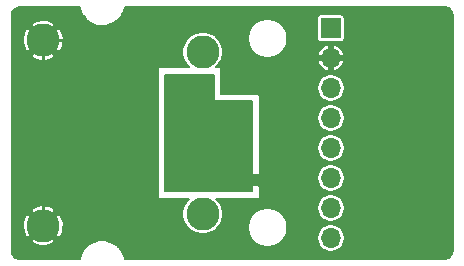
<source format=gbr>
%TF.GenerationSoftware,KiCad,Pcbnew,(5.1.8-0-10_14)*%
%TF.CreationDate,2020-12-30T16:32:28+01:00*%
%TF.ProjectId,Sensor-Board,53656e73-6f72-42d4-926f-6172642e6b69,1*%
%TF.SameCoordinates,Original*%
%TF.FileFunction,Copper,L2,Bot*%
%TF.FilePolarity,Positive*%
%FSLAX46Y46*%
G04 Gerber Fmt 4.6, Leading zero omitted, Abs format (unit mm)*
G04 Created by KiCad (PCBNEW (5.1.8-0-10_14)) date 2020-12-30 16:32:28*
%MOMM*%
%LPD*%
G01*
G04 APERTURE LIST*
%TA.AperFunction,ComponentPad*%
%ADD10O,1.700000X1.700000*%
%TD*%
%TA.AperFunction,ComponentPad*%
%ADD11R,1.700000X1.700000*%
%TD*%
%TA.AperFunction,ComponentPad*%
%ADD12C,2.800000*%
%TD*%
%TA.AperFunction,ViaPad*%
%ADD13C,0.600000*%
%TD*%
%TA.AperFunction,Conductor*%
%ADD14C,0.250000*%
%TD*%
%TA.AperFunction,Conductor*%
%ADD15C,0.127000*%
%TD*%
%TA.AperFunction,Conductor*%
%ADD16C,0.100000*%
%TD*%
G04 APERTURE END LIST*
D10*
%TO.P,J2,8*%
%TO.N,/~DRDY*%
X156350000Y-108890000D03*
%TO.P,J2,7*%
%TO.N,/~FAULT*%
X156350000Y-106350000D03*
%TO.P,J2,6*%
%TO.N,/~CS*%
X156350000Y-103810000D03*
%TO.P,J2,5*%
%TO.N,/SCLK*%
X156350000Y-101270000D03*
%TO.P,J2,4*%
%TO.N,/MISO*%
X156350000Y-98730000D03*
%TO.P,J2,3*%
%TO.N,/MOSI*%
X156350000Y-96190000D03*
%TO.P,J2,2*%
%TO.N,GND*%
X156350000Y-93650000D03*
D11*
%TO.P,J2,1*%
%TO.N,+3V3*%
X156350000Y-91110000D03*
%TD*%
D12*
%TO.P,J1,SH*%
%TO.N,GND*%
X132000000Y-107850000D03*
X132000000Y-92150000D03*
%TO.P,J1,2*%
%TO.N,Net-(J1-Pad2)*%
X145500000Y-106850000D03*
%TO.P,J1,1*%
%TO.N,Net-(J1-Pad1)*%
X145500000Y-93150000D03*
%TD*%
D13*
%TO.N,GND*%
X143968750Y-104287500D03*
X154127500Y-98095000D03*
X148412500Y-98095000D03*
X146030000Y-95712500D03*
X149713750Y-104000000D03*
%TD*%
D14*
%TO.N,GND*%
X154127500Y-98095000D02*
X154127500Y-93967500D01*
X154445000Y-93650000D02*
X156350000Y-93650000D01*
X149713750Y-104000000D02*
X153937500Y-104000000D01*
X154127500Y-103810000D02*
X154127500Y-98095000D01*
X153937500Y-104000000D02*
X154127500Y-103810000D01*
X148412500Y-98095000D02*
X148412500Y-103968750D01*
X149682500Y-103968750D02*
X149713750Y-104000000D01*
X148412500Y-103968750D02*
X149682500Y-103968750D01*
X148093750Y-104287500D02*
X148412500Y-103968750D01*
X143968750Y-104287500D02*
X148093750Y-104287500D01*
X146030000Y-95712500D02*
X146030000Y-97617500D01*
X146507500Y-98095000D02*
X148412500Y-98095000D01*
X146030000Y-97617500D02*
X146507500Y-98095000D01*
X132000000Y-92150000D02*
X132000000Y-107876250D01*
X132000000Y-107876250D02*
X132061250Y-107815000D01*
X132061250Y-107815000D02*
X132061250Y-107778750D01*
X154445000Y-93650000D02*
X154127500Y-93650000D01*
X154127500Y-93650000D02*
X154127500Y-93967500D01*
X136577500Y-92150000D02*
X137776250Y-90951250D01*
X132000000Y-92150000D02*
X136577500Y-92150000D01*
X148951250Y-90951250D02*
X149902500Y-90000000D01*
X148951250Y-90951250D02*
X137776250Y-90951250D01*
X149902500Y-90000000D02*
X152000000Y-90000000D01*
X154127500Y-92127500D02*
X152063000Y-90063000D01*
X154127500Y-93650000D02*
X154127500Y-92127500D01*
X152063000Y-90063000D02*
X153000000Y-91000000D01*
X152000000Y-90000000D02*
X152063000Y-90063000D01*
%TD*%
D15*
%TO.N,GND*%
X135094598Y-89370837D02*
X135101052Y-89401201D01*
X135107082Y-89431652D01*
X135108496Y-89436220D01*
X135202915Y-89733868D01*
X135215129Y-89762365D01*
X135226973Y-89791101D01*
X135229248Y-89795308D01*
X135379683Y-90068948D01*
X135397193Y-90094521D01*
X135414400Y-90120418D01*
X135417448Y-90124102D01*
X135618169Y-90363312D01*
X135640349Y-90385032D01*
X135662221Y-90407057D01*
X135665927Y-90410079D01*
X135909287Y-90605746D01*
X135935245Y-90622733D01*
X135960998Y-90640103D01*
X135965220Y-90642348D01*
X136241950Y-90787019D01*
X136270718Y-90798642D01*
X136299349Y-90810677D01*
X136303927Y-90812059D01*
X136603488Y-90900225D01*
X136633954Y-90906037D01*
X136664389Y-90912284D01*
X136669147Y-90912750D01*
X136669149Y-90912750D01*
X136980129Y-90941051D01*
X137011132Y-90940835D01*
X137042212Y-90941052D01*
X137046971Y-90940585D01*
X137357527Y-90907944D01*
X137387942Y-90901700D01*
X137418427Y-90895885D01*
X137423005Y-90894503D01*
X137721305Y-90802164D01*
X137749895Y-90790146D01*
X137778704Y-90778506D01*
X137782926Y-90776261D01*
X138057611Y-90627739D01*
X138083346Y-90610381D01*
X138109321Y-90593383D01*
X138113027Y-90590361D01*
X138353631Y-90391316D01*
X138375487Y-90369307D01*
X138397684Y-90347570D01*
X138400732Y-90343885D01*
X138469146Y-90260000D01*
X155180964Y-90260000D01*
X155180964Y-91960000D01*
X155187094Y-92022241D01*
X155205249Y-92082090D01*
X155234731Y-92137247D01*
X155274407Y-92185593D01*
X155322753Y-92225269D01*
X155377910Y-92254751D01*
X155437759Y-92272906D01*
X155500000Y-92279036D01*
X157200000Y-92279036D01*
X157262241Y-92272906D01*
X157322090Y-92254751D01*
X157377247Y-92225269D01*
X157425593Y-92185593D01*
X157465269Y-92137247D01*
X157494751Y-92082090D01*
X157512906Y-92022241D01*
X157519036Y-91960000D01*
X157519036Y-90260000D01*
X157512906Y-90197759D01*
X157494751Y-90137910D01*
X157465269Y-90082753D01*
X157425593Y-90034407D01*
X157377247Y-89994731D01*
X157322090Y-89965249D01*
X157262241Y-89947094D01*
X157200000Y-89940964D01*
X155500000Y-89940964D01*
X155437759Y-89947094D01*
X155377910Y-89965249D01*
X155322753Y-89994731D01*
X155274407Y-90034407D01*
X155234731Y-90082753D01*
X155205249Y-90137910D01*
X155187094Y-90197759D01*
X155180964Y-90260000D01*
X138469146Y-90260000D01*
X138598093Y-90101896D01*
X138615258Y-90076060D01*
X138632809Y-90050427D01*
X138635083Y-90046221D01*
X138781683Y-89770507D01*
X138793502Y-89741832D01*
X138805742Y-89713274D01*
X138807156Y-89708706D01*
X138897410Y-89409768D01*
X138903432Y-89379356D01*
X138909894Y-89348953D01*
X138910393Y-89344197D01*
X138910559Y-89342500D01*
X165983253Y-89342500D01*
X166127388Y-89356633D01*
X166249926Y-89393629D01*
X166362948Y-89453724D01*
X166462140Y-89534622D01*
X166543731Y-89633249D01*
X166604610Y-89745844D01*
X166642461Y-89868121D01*
X166657501Y-90011210D01*
X166657500Y-109983253D01*
X166643367Y-110127388D01*
X166606371Y-110249926D01*
X166546275Y-110362950D01*
X166465378Y-110462140D01*
X166366754Y-110543729D01*
X166254156Y-110604610D01*
X166131879Y-110642461D01*
X165988799Y-110657500D01*
X138908581Y-110657500D01*
X138905402Y-110629163D01*
X138898954Y-110598829D01*
X138892919Y-110568348D01*
X138891504Y-110563780D01*
X138797085Y-110266132D01*
X138784877Y-110237648D01*
X138773027Y-110208898D01*
X138770752Y-110204692D01*
X138620317Y-109931052D01*
X138602804Y-109905475D01*
X138585601Y-109879582D01*
X138582552Y-109875898D01*
X138381831Y-109636689D01*
X138359687Y-109615004D01*
X138337779Y-109592943D01*
X138334073Y-109589921D01*
X138090713Y-109394254D01*
X138064803Y-109377299D01*
X138039003Y-109359897D01*
X138034780Y-109357652D01*
X137758050Y-109212981D01*
X137729296Y-109201364D01*
X137700652Y-109189323D01*
X137696073Y-109187941D01*
X137396512Y-109099775D01*
X137366038Y-109093962D01*
X137335610Y-109087716D01*
X137330853Y-109087250D01*
X137330851Y-109087250D01*
X137019871Y-109058949D01*
X136988868Y-109059165D01*
X136957788Y-109058948D01*
X136953029Y-109059415D01*
X136642474Y-109092056D01*
X136612065Y-109098298D01*
X136581573Y-109104115D01*
X136576995Y-109105497D01*
X136278695Y-109197836D01*
X136250093Y-109209859D01*
X136221296Y-109221494D01*
X136217074Y-109223739D01*
X135942390Y-109372260D01*
X135916687Y-109389597D01*
X135890679Y-109406616D01*
X135886974Y-109409639D01*
X135646369Y-109608684D01*
X135624530Y-109630676D01*
X135602316Y-109652430D01*
X135599268Y-109656115D01*
X135401907Y-109898104D01*
X135384754Y-109923922D01*
X135367191Y-109949572D01*
X135364917Y-109953779D01*
X135218317Y-110229492D01*
X135206517Y-110258120D01*
X135194257Y-110286726D01*
X135192844Y-110291295D01*
X135102590Y-110590232D01*
X135096581Y-110620583D01*
X135090106Y-110651047D01*
X135089607Y-110655803D01*
X135089441Y-110657500D01*
X130016747Y-110657500D01*
X129872612Y-110643367D01*
X129750074Y-110606371D01*
X129637050Y-110546275D01*
X129537860Y-110465378D01*
X129456271Y-110366754D01*
X129395390Y-110254156D01*
X129357539Y-110131879D01*
X129342500Y-109988799D01*
X129342500Y-109141090D01*
X130978318Y-109141090D01*
X131145911Y-109349650D01*
X131454889Y-109487459D01*
X131784815Y-109562342D01*
X132123011Y-109571420D01*
X132456480Y-109514346D01*
X132772406Y-109393311D01*
X132854089Y-109349650D01*
X133021682Y-109141090D01*
X132000000Y-108119408D01*
X130978318Y-109141090D01*
X129342500Y-109141090D01*
X129342500Y-107973011D01*
X130278580Y-107973011D01*
X130335654Y-108306480D01*
X130456689Y-108622406D01*
X130500350Y-108704089D01*
X130708910Y-108871682D01*
X131730592Y-107850000D01*
X132269408Y-107850000D01*
X133291090Y-108871682D01*
X133499650Y-108704089D01*
X133637459Y-108395111D01*
X133712342Y-108065185D01*
X133721420Y-107726989D01*
X133664346Y-107393520D01*
X133543311Y-107077594D01*
X133499650Y-106995911D01*
X133291090Y-106828318D01*
X132269408Y-107850000D01*
X131730592Y-107850000D01*
X130708910Y-106828318D01*
X130500350Y-106995911D01*
X130362541Y-107304889D01*
X130287658Y-107634815D01*
X130278580Y-107973011D01*
X129342500Y-107973011D01*
X129342500Y-106558910D01*
X130978318Y-106558910D01*
X132000000Y-107580592D01*
X133021682Y-106558910D01*
X132854089Y-106350350D01*
X132545111Y-106212541D01*
X132215185Y-106137658D01*
X131876989Y-106128580D01*
X131543520Y-106185654D01*
X131227594Y-106306689D01*
X131145911Y-106350350D01*
X130978318Y-106558910D01*
X129342500Y-106558910D01*
X129342500Y-94500000D01*
X141686500Y-94500000D01*
X141686500Y-105500000D01*
X141687720Y-105512388D01*
X141691334Y-105524300D01*
X141697202Y-105535279D01*
X141705099Y-105544901D01*
X141714721Y-105552798D01*
X141725700Y-105558666D01*
X141737612Y-105562280D01*
X141750000Y-105563500D01*
X144357589Y-105563500D01*
X144165931Y-105755158D01*
X143977971Y-106036459D01*
X143848503Y-106349024D01*
X143782500Y-106680841D01*
X143782500Y-107019159D01*
X143848503Y-107350976D01*
X143977971Y-107663541D01*
X144165931Y-107944842D01*
X144405158Y-108184069D01*
X144686459Y-108372029D01*
X144999024Y-108501497D01*
X145330841Y-108567500D01*
X145669159Y-108567500D01*
X146000976Y-108501497D01*
X146313541Y-108372029D01*
X146594842Y-108184069D01*
X146834069Y-107944842D01*
X146906951Y-107835766D01*
X149332500Y-107835766D01*
X149332500Y-108164234D01*
X149396581Y-108486392D01*
X149522281Y-108789857D01*
X149704768Y-109062969D01*
X149937031Y-109295232D01*
X150210143Y-109477719D01*
X150513608Y-109603419D01*
X150835766Y-109667500D01*
X151164234Y-109667500D01*
X151486392Y-109603419D01*
X151789857Y-109477719D01*
X152062969Y-109295232D01*
X152295232Y-109062969D01*
X152477719Y-108789857D01*
X152483868Y-108775011D01*
X155182500Y-108775011D01*
X155182500Y-109004989D01*
X155227366Y-109230547D01*
X155315375Y-109443019D01*
X155443144Y-109634238D01*
X155605762Y-109796856D01*
X155796981Y-109924625D01*
X156009453Y-110012634D01*
X156235011Y-110057500D01*
X156464989Y-110057500D01*
X156690547Y-110012634D01*
X156903019Y-109924625D01*
X157094238Y-109796856D01*
X157256856Y-109634238D01*
X157384625Y-109443019D01*
X157472634Y-109230547D01*
X157517500Y-109004989D01*
X157517500Y-108775011D01*
X157472634Y-108549453D01*
X157384625Y-108336981D01*
X157256856Y-108145762D01*
X157094238Y-107983144D01*
X156903019Y-107855375D01*
X156690547Y-107767366D01*
X156464989Y-107722500D01*
X156235011Y-107722500D01*
X156009453Y-107767366D01*
X155796981Y-107855375D01*
X155605762Y-107983144D01*
X155443144Y-108145762D01*
X155315375Y-108336981D01*
X155227366Y-108549453D01*
X155182500Y-108775011D01*
X152483868Y-108775011D01*
X152603419Y-108486392D01*
X152667500Y-108164234D01*
X152667500Y-107835766D01*
X152603419Y-107513608D01*
X152477719Y-107210143D01*
X152295232Y-106937031D01*
X152062969Y-106704768D01*
X151789857Y-106522281D01*
X151486392Y-106396581D01*
X151164234Y-106332500D01*
X150835766Y-106332500D01*
X150513608Y-106396581D01*
X150210143Y-106522281D01*
X149937031Y-106704768D01*
X149704768Y-106937031D01*
X149522281Y-107210143D01*
X149396581Y-107513608D01*
X149332500Y-107835766D01*
X146906951Y-107835766D01*
X147022029Y-107663541D01*
X147151497Y-107350976D01*
X147217500Y-107019159D01*
X147217500Y-106680841D01*
X147151497Y-106349024D01*
X147104272Y-106235011D01*
X155182500Y-106235011D01*
X155182500Y-106464989D01*
X155227366Y-106690547D01*
X155315375Y-106903019D01*
X155443144Y-107094238D01*
X155605762Y-107256856D01*
X155796981Y-107384625D01*
X156009453Y-107472634D01*
X156235011Y-107517500D01*
X156464989Y-107517500D01*
X156690547Y-107472634D01*
X156903019Y-107384625D01*
X157094238Y-107256856D01*
X157256856Y-107094238D01*
X157384625Y-106903019D01*
X157472634Y-106690547D01*
X157517500Y-106464989D01*
X157517500Y-106235011D01*
X157472634Y-106009453D01*
X157384625Y-105796981D01*
X157256856Y-105605762D01*
X157094238Y-105443144D01*
X156903019Y-105315375D01*
X156690547Y-105227366D01*
X156464989Y-105182500D01*
X156235011Y-105182500D01*
X156009453Y-105227366D01*
X155796981Y-105315375D01*
X155605762Y-105443144D01*
X155443144Y-105605762D01*
X155315375Y-105796981D01*
X155227366Y-106009453D01*
X155182500Y-106235011D01*
X147104272Y-106235011D01*
X147022029Y-106036459D01*
X146834069Y-105755158D01*
X146642411Y-105563500D01*
X150250000Y-105563500D01*
X150262388Y-105562280D01*
X150274300Y-105558666D01*
X150285279Y-105552798D01*
X150294901Y-105544901D01*
X150302798Y-105535279D01*
X150308666Y-105524300D01*
X150312280Y-105512388D01*
X150313500Y-105500000D01*
X150313500Y-104500000D01*
X150312280Y-104487612D01*
X150308666Y-104475700D01*
X150302798Y-104464721D01*
X150294901Y-104455099D01*
X150285279Y-104447202D01*
X150274300Y-104441334D01*
X150262388Y-104437720D01*
X150250000Y-104436500D01*
X149750000Y-104436500D01*
X149737612Y-104437720D01*
X149725700Y-104441334D01*
X149714721Y-104447202D01*
X149705099Y-104455099D01*
X149697202Y-104464721D01*
X149691334Y-104475700D01*
X149687720Y-104487612D01*
X149686500Y-104500000D01*
X149686500Y-104936500D01*
X142313500Y-104936500D01*
X142313500Y-103695011D01*
X155182500Y-103695011D01*
X155182500Y-103924989D01*
X155227366Y-104150547D01*
X155315375Y-104363019D01*
X155443144Y-104554238D01*
X155605762Y-104716856D01*
X155796981Y-104844625D01*
X156009453Y-104932634D01*
X156235011Y-104977500D01*
X156464989Y-104977500D01*
X156690547Y-104932634D01*
X156903019Y-104844625D01*
X157094238Y-104716856D01*
X157256856Y-104554238D01*
X157384625Y-104363019D01*
X157472634Y-104150547D01*
X157517500Y-103924989D01*
X157517500Y-103695011D01*
X157472634Y-103469453D01*
X157384625Y-103256981D01*
X157256856Y-103065762D01*
X157094238Y-102903144D01*
X156903019Y-102775375D01*
X156690547Y-102687366D01*
X156464989Y-102642500D01*
X156235011Y-102642500D01*
X156009453Y-102687366D01*
X155796981Y-102775375D01*
X155605762Y-102903144D01*
X155443144Y-103065762D01*
X155315375Y-103256981D01*
X155227366Y-103469453D01*
X155182500Y-103695011D01*
X142313500Y-103695011D01*
X142313500Y-95063500D01*
X146436500Y-95063500D01*
X146436500Y-97250000D01*
X146437720Y-97262388D01*
X146441334Y-97274300D01*
X146447202Y-97285279D01*
X146455099Y-97294901D01*
X146464721Y-97302798D01*
X146475700Y-97308666D01*
X146487612Y-97312280D01*
X146500000Y-97313500D01*
X149686500Y-97313500D01*
X149686500Y-103500000D01*
X149687720Y-103512388D01*
X149691334Y-103524300D01*
X149697202Y-103535279D01*
X149705099Y-103544901D01*
X149714721Y-103552798D01*
X149725700Y-103558666D01*
X149737612Y-103562280D01*
X149750000Y-103563500D01*
X150250000Y-103563500D01*
X150262388Y-103562280D01*
X150274300Y-103558666D01*
X150285279Y-103552798D01*
X150294901Y-103544901D01*
X150302798Y-103535279D01*
X150308666Y-103524300D01*
X150312280Y-103512388D01*
X150313500Y-103500000D01*
X150313500Y-101155011D01*
X155182500Y-101155011D01*
X155182500Y-101384989D01*
X155227366Y-101610547D01*
X155315375Y-101823019D01*
X155443144Y-102014238D01*
X155605762Y-102176856D01*
X155796981Y-102304625D01*
X156009453Y-102392634D01*
X156235011Y-102437500D01*
X156464989Y-102437500D01*
X156690547Y-102392634D01*
X156903019Y-102304625D01*
X157094238Y-102176856D01*
X157256856Y-102014238D01*
X157384625Y-101823019D01*
X157472634Y-101610547D01*
X157517500Y-101384989D01*
X157517500Y-101155011D01*
X157472634Y-100929453D01*
X157384625Y-100716981D01*
X157256856Y-100525762D01*
X157094238Y-100363144D01*
X156903019Y-100235375D01*
X156690547Y-100147366D01*
X156464989Y-100102500D01*
X156235011Y-100102500D01*
X156009453Y-100147366D01*
X155796981Y-100235375D01*
X155605762Y-100363144D01*
X155443144Y-100525762D01*
X155315375Y-100716981D01*
X155227366Y-100929453D01*
X155182500Y-101155011D01*
X150313500Y-101155011D01*
X150313500Y-98615011D01*
X155182500Y-98615011D01*
X155182500Y-98844989D01*
X155227366Y-99070547D01*
X155315375Y-99283019D01*
X155443144Y-99474238D01*
X155605762Y-99636856D01*
X155796981Y-99764625D01*
X156009453Y-99852634D01*
X156235011Y-99897500D01*
X156464989Y-99897500D01*
X156690547Y-99852634D01*
X156903019Y-99764625D01*
X157094238Y-99636856D01*
X157256856Y-99474238D01*
X157384625Y-99283019D01*
X157472634Y-99070547D01*
X157517500Y-98844989D01*
X157517500Y-98615011D01*
X157472634Y-98389453D01*
X157384625Y-98176981D01*
X157256856Y-97985762D01*
X157094238Y-97823144D01*
X156903019Y-97695375D01*
X156690547Y-97607366D01*
X156464989Y-97562500D01*
X156235011Y-97562500D01*
X156009453Y-97607366D01*
X155796981Y-97695375D01*
X155605762Y-97823144D01*
X155443144Y-97985762D01*
X155315375Y-98176981D01*
X155227366Y-98389453D01*
X155182500Y-98615011D01*
X150313500Y-98615011D01*
X150313500Y-96750000D01*
X150312280Y-96737612D01*
X150308666Y-96725700D01*
X150302798Y-96714721D01*
X150294901Y-96705099D01*
X150285279Y-96697202D01*
X150274300Y-96691334D01*
X150262388Y-96687720D01*
X150250000Y-96686500D01*
X147063500Y-96686500D01*
X147063500Y-96075011D01*
X155182500Y-96075011D01*
X155182500Y-96304989D01*
X155227366Y-96530547D01*
X155315375Y-96743019D01*
X155443144Y-96934238D01*
X155605762Y-97096856D01*
X155796981Y-97224625D01*
X156009453Y-97312634D01*
X156235011Y-97357500D01*
X156464989Y-97357500D01*
X156690547Y-97312634D01*
X156903019Y-97224625D01*
X157094238Y-97096856D01*
X157256856Y-96934238D01*
X157384625Y-96743019D01*
X157472634Y-96530547D01*
X157517500Y-96304989D01*
X157517500Y-96075011D01*
X157472634Y-95849453D01*
X157384625Y-95636981D01*
X157256856Y-95445762D01*
X157094238Y-95283144D01*
X156903019Y-95155375D01*
X156690547Y-95067366D01*
X156464989Y-95022500D01*
X156235011Y-95022500D01*
X156009453Y-95067366D01*
X155796981Y-95155375D01*
X155605762Y-95283144D01*
X155443144Y-95445762D01*
X155315375Y-95636981D01*
X155227366Y-95849453D01*
X155182500Y-96075011D01*
X147063500Y-96075011D01*
X147063500Y-94500000D01*
X147062280Y-94487612D01*
X147058666Y-94475700D01*
X147052798Y-94464721D01*
X147044901Y-94455099D01*
X147035279Y-94447202D01*
X147024300Y-94441334D01*
X147012388Y-94437720D01*
X147000000Y-94436500D01*
X146642411Y-94436500D01*
X146834069Y-94244842D01*
X146985410Y-94018344D01*
X155242129Y-94018344D01*
X155306150Y-94172931D01*
X155428226Y-94366528D01*
X155585725Y-94532589D01*
X155772595Y-94664733D01*
X155981654Y-94757881D01*
X156159500Y-94722488D01*
X156159500Y-93840500D01*
X156540500Y-93840500D01*
X156540500Y-94722488D01*
X156718346Y-94757881D01*
X156927405Y-94664733D01*
X157114275Y-94532589D01*
X157271774Y-94366528D01*
X157393850Y-94172931D01*
X157457871Y-94018344D01*
X157421320Y-93840500D01*
X156540500Y-93840500D01*
X156159500Y-93840500D01*
X155278680Y-93840500D01*
X155242129Y-94018344D01*
X146985410Y-94018344D01*
X147022029Y-93963541D01*
X147151497Y-93650976D01*
X147217500Y-93319159D01*
X147217500Y-92980841D01*
X147151497Y-92649024D01*
X147022029Y-92336459D01*
X146834069Y-92055158D01*
X146614677Y-91835766D01*
X149332500Y-91835766D01*
X149332500Y-92164234D01*
X149396581Y-92486392D01*
X149522281Y-92789857D01*
X149704768Y-93062969D01*
X149937031Y-93295232D01*
X150210143Y-93477719D01*
X150513608Y-93603419D01*
X150835766Y-93667500D01*
X151164234Y-93667500D01*
X151486392Y-93603419D01*
X151789857Y-93477719D01*
X152062969Y-93295232D01*
X152076545Y-93281656D01*
X155242129Y-93281656D01*
X155278680Y-93459500D01*
X156159500Y-93459500D01*
X156159500Y-92577512D01*
X156540500Y-92577512D01*
X156540500Y-93459500D01*
X157421320Y-93459500D01*
X157457871Y-93281656D01*
X157393850Y-93127069D01*
X157271774Y-92933472D01*
X157114275Y-92767411D01*
X156927405Y-92635267D01*
X156718346Y-92542119D01*
X156540500Y-92577512D01*
X156159500Y-92577512D01*
X155981654Y-92542119D01*
X155772595Y-92635267D01*
X155585725Y-92767411D01*
X155428226Y-92933472D01*
X155306150Y-93127069D01*
X155242129Y-93281656D01*
X152076545Y-93281656D01*
X152295232Y-93062969D01*
X152477719Y-92789857D01*
X152603419Y-92486392D01*
X152667500Y-92164234D01*
X152667500Y-91835766D01*
X152603419Y-91513608D01*
X152477719Y-91210143D01*
X152295232Y-90937031D01*
X152062969Y-90704768D01*
X151789857Y-90522281D01*
X151486392Y-90396581D01*
X151164234Y-90332500D01*
X150835766Y-90332500D01*
X150513608Y-90396581D01*
X150210143Y-90522281D01*
X149937031Y-90704768D01*
X149704768Y-90937031D01*
X149522281Y-91210143D01*
X149396581Y-91513608D01*
X149332500Y-91835766D01*
X146614677Y-91835766D01*
X146594842Y-91815931D01*
X146313541Y-91627971D01*
X146000976Y-91498503D01*
X145669159Y-91432500D01*
X145330841Y-91432500D01*
X144999024Y-91498503D01*
X144686459Y-91627971D01*
X144405158Y-91815931D01*
X144165931Y-92055158D01*
X143977971Y-92336459D01*
X143848503Y-92649024D01*
X143782500Y-92980841D01*
X143782500Y-93319159D01*
X143848503Y-93650976D01*
X143977971Y-93963541D01*
X144165931Y-94244842D01*
X144357589Y-94436500D01*
X141750000Y-94436500D01*
X141737612Y-94437720D01*
X141725700Y-94441334D01*
X141714721Y-94447202D01*
X141705099Y-94455099D01*
X141697202Y-94464721D01*
X141691334Y-94475700D01*
X141687720Y-94487612D01*
X141686500Y-94500000D01*
X129342500Y-94500000D01*
X129342500Y-93441090D01*
X130978318Y-93441090D01*
X131145911Y-93649650D01*
X131454889Y-93787459D01*
X131784815Y-93862342D01*
X132123011Y-93871420D01*
X132456480Y-93814346D01*
X132772406Y-93693311D01*
X132854089Y-93649650D01*
X133021682Y-93441090D01*
X132000000Y-92419408D01*
X130978318Y-93441090D01*
X129342500Y-93441090D01*
X129342500Y-92273011D01*
X130278580Y-92273011D01*
X130335654Y-92606480D01*
X130456689Y-92922406D01*
X130500350Y-93004089D01*
X130708910Y-93171682D01*
X131730592Y-92150000D01*
X132269408Y-92150000D01*
X133291090Y-93171682D01*
X133499650Y-93004089D01*
X133637459Y-92695111D01*
X133712342Y-92365185D01*
X133721420Y-92026989D01*
X133664346Y-91693520D01*
X133543311Y-91377594D01*
X133499650Y-91295911D01*
X133291090Y-91128318D01*
X132269408Y-92150000D01*
X131730592Y-92150000D01*
X130708910Y-91128318D01*
X130500350Y-91295911D01*
X130362541Y-91604889D01*
X130287658Y-91934815D01*
X130278580Y-92273011D01*
X129342500Y-92273011D01*
X129342500Y-90858910D01*
X130978318Y-90858910D01*
X132000000Y-91880592D01*
X133021682Y-90858910D01*
X132854089Y-90650350D01*
X132545111Y-90512541D01*
X132215185Y-90437658D01*
X131876989Y-90428580D01*
X131543520Y-90485654D01*
X131227594Y-90606689D01*
X131145911Y-90650350D01*
X130978318Y-90858910D01*
X129342500Y-90858910D01*
X129342500Y-90016747D01*
X129356633Y-89872612D01*
X129393629Y-89750074D01*
X129453724Y-89637052D01*
X129534622Y-89537860D01*
X129633249Y-89456269D01*
X129745844Y-89395390D01*
X129868121Y-89357539D01*
X130011201Y-89342500D01*
X135091419Y-89342500D01*
X135094598Y-89370837D01*
%TA.AperFunction,Conductor*%
D16*
G36*
X135094598Y-89370837D02*
G01*
X135101052Y-89401201D01*
X135107082Y-89431652D01*
X135108496Y-89436220D01*
X135202915Y-89733868D01*
X135215129Y-89762365D01*
X135226973Y-89791101D01*
X135229248Y-89795308D01*
X135379683Y-90068948D01*
X135397193Y-90094521D01*
X135414400Y-90120418D01*
X135417448Y-90124102D01*
X135618169Y-90363312D01*
X135640349Y-90385032D01*
X135662221Y-90407057D01*
X135665927Y-90410079D01*
X135909287Y-90605746D01*
X135935245Y-90622733D01*
X135960998Y-90640103D01*
X135965220Y-90642348D01*
X136241950Y-90787019D01*
X136270718Y-90798642D01*
X136299349Y-90810677D01*
X136303927Y-90812059D01*
X136603488Y-90900225D01*
X136633954Y-90906037D01*
X136664389Y-90912284D01*
X136669147Y-90912750D01*
X136669149Y-90912750D01*
X136980129Y-90941051D01*
X137011132Y-90940835D01*
X137042212Y-90941052D01*
X137046971Y-90940585D01*
X137357527Y-90907944D01*
X137387942Y-90901700D01*
X137418427Y-90895885D01*
X137423005Y-90894503D01*
X137721305Y-90802164D01*
X137749895Y-90790146D01*
X137778704Y-90778506D01*
X137782926Y-90776261D01*
X138057611Y-90627739D01*
X138083346Y-90610381D01*
X138109321Y-90593383D01*
X138113027Y-90590361D01*
X138353631Y-90391316D01*
X138375487Y-90369307D01*
X138397684Y-90347570D01*
X138400732Y-90343885D01*
X138469146Y-90260000D01*
X155180964Y-90260000D01*
X155180964Y-91960000D01*
X155187094Y-92022241D01*
X155205249Y-92082090D01*
X155234731Y-92137247D01*
X155274407Y-92185593D01*
X155322753Y-92225269D01*
X155377910Y-92254751D01*
X155437759Y-92272906D01*
X155500000Y-92279036D01*
X157200000Y-92279036D01*
X157262241Y-92272906D01*
X157322090Y-92254751D01*
X157377247Y-92225269D01*
X157425593Y-92185593D01*
X157465269Y-92137247D01*
X157494751Y-92082090D01*
X157512906Y-92022241D01*
X157519036Y-91960000D01*
X157519036Y-90260000D01*
X157512906Y-90197759D01*
X157494751Y-90137910D01*
X157465269Y-90082753D01*
X157425593Y-90034407D01*
X157377247Y-89994731D01*
X157322090Y-89965249D01*
X157262241Y-89947094D01*
X157200000Y-89940964D01*
X155500000Y-89940964D01*
X155437759Y-89947094D01*
X155377910Y-89965249D01*
X155322753Y-89994731D01*
X155274407Y-90034407D01*
X155234731Y-90082753D01*
X155205249Y-90137910D01*
X155187094Y-90197759D01*
X155180964Y-90260000D01*
X138469146Y-90260000D01*
X138598093Y-90101896D01*
X138615258Y-90076060D01*
X138632809Y-90050427D01*
X138635083Y-90046221D01*
X138781683Y-89770507D01*
X138793502Y-89741832D01*
X138805742Y-89713274D01*
X138807156Y-89708706D01*
X138897410Y-89409768D01*
X138903432Y-89379356D01*
X138909894Y-89348953D01*
X138910393Y-89344197D01*
X138910559Y-89342500D01*
X165983253Y-89342500D01*
X166127388Y-89356633D01*
X166249926Y-89393629D01*
X166362948Y-89453724D01*
X166462140Y-89534622D01*
X166543731Y-89633249D01*
X166604610Y-89745844D01*
X166642461Y-89868121D01*
X166657501Y-90011210D01*
X166657500Y-109983253D01*
X166643367Y-110127388D01*
X166606371Y-110249926D01*
X166546275Y-110362950D01*
X166465378Y-110462140D01*
X166366754Y-110543729D01*
X166254156Y-110604610D01*
X166131879Y-110642461D01*
X165988799Y-110657500D01*
X138908581Y-110657500D01*
X138905402Y-110629163D01*
X138898954Y-110598829D01*
X138892919Y-110568348D01*
X138891504Y-110563780D01*
X138797085Y-110266132D01*
X138784877Y-110237648D01*
X138773027Y-110208898D01*
X138770752Y-110204692D01*
X138620317Y-109931052D01*
X138602804Y-109905475D01*
X138585601Y-109879582D01*
X138582552Y-109875898D01*
X138381831Y-109636689D01*
X138359687Y-109615004D01*
X138337779Y-109592943D01*
X138334073Y-109589921D01*
X138090713Y-109394254D01*
X138064803Y-109377299D01*
X138039003Y-109359897D01*
X138034780Y-109357652D01*
X137758050Y-109212981D01*
X137729296Y-109201364D01*
X137700652Y-109189323D01*
X137696073Y-109187941D01*
X137396512Y-109099775D01*
X137366038Y-109093962D01*
X137335610Y-109087716D01*
X137330853Y-109087250D01*
X137330851Y-109087250D01*
X137019871Y-109058949D01*
X136988868Y-109059165D01*
X136957788Y-109058948D01*
X136953029Y-109059415D01*
X136642474Y-109092056D01*
X136612065Y-109098298D01*
X136581573Y-109104115D01*
X136576995Y-109105497D01*
X136278695Y-109197836D01*
X136250093Y-109209859D01*
X136221296Y-109221494D01*
X136217074Y-109223739D01*
X135942390Y-109372260D01*
X135916687Y-109389597D01*
X135890679Y-109406616D01*
X135886974Y-109409639D01*
X135646369Y-109608684D01*
X135624530Y-109630676D01*
X135602316Y-109652430D01*
X135599268Y-109656115D01*
X135401907Y-109898104D01*
X135384754Y-109923922D01*
X135367191Y-109949572D01*
X135364917Y-109953779D01*
X135218317Y-110229492D01*
X135206517Y-110258120D01*
X135194257Y-110286726D01*
X135192844Y-110291295D01*
X135102590Y-110590232D01*
X135096581Y-110620583D01*
X135090106Y-110651047D01*
X135089607Y-110655803D01*
X135089441Y-110657500D01*
X130016747Y-110657500D01*
X129872612Y-110643367D01*
X129750074Y-110606371D01*
X129637050Y-110546275D01*
X129537860Y-110465378D01*
X129456271Y-110366754D01*
X129395390Y-110254156D01*
X129357539Y-110131879D01*
X129342500Y-109988799D01*
X129342500Y-109141090D01*
X130978318Y-109141090D01*
X131145911Y-109349650D01*
X131454889Y-109487459D01*
X131784815Y-109562342D01*
X132123011Y-109571420D01*
X132456480Y-109514346D01*
X132772406Y-109393311D01*
X132854089Y-109349650D01*
X133021682Y-109141090D01*
X132000000Y-108119408D01*
X130978318Y-109141090D01*
X129342500Y-109141090D01*
X129342500Y-107973011D01*
X130278580Y-107973011D01*
X130335654Y-108306480D01*
X130456689Y-108622406D01*
X130500350Y-108704089D01*
X130708910Y-108871682D01*
X131730592Y-107850000D01*
X132269408Y-107850000D01*
X133291090Y-108871682D01*
X133499650Y-108704089D01*
X133637459Y-108395111D01*
X133712342Y-108065185D01*
X133721420Y-107726989D01*
X133664346Y-107393520D01*
X133543311Y-107077594D01*
X133499650Y-106995911D01*
X133291090Y-106828318D01*
X132269408Y-107850000D01*
X131730592Y-107850000D01*
X130708910Y-106828318D01*
X130500350Y-106995911D01*
X130362541Y-107304889D01*
X130287658Y-107634815D01*
X130278580Y-107973011D01*
X129342500Y-107973011D01*
X129342500Y-106558910D01*
X130978318Y-106558910D01*
X132000000Y-107580592D01*
X133021682Y-106558910D01*
X132854089Y-106350350D01*
X132545111Y-106212541D01*
X132215185Y-106137658D01*
X131876989Y-106128580D01*
X131543520Y-106185654D01*
X131227594Y-106306689D01*
X131145911Y-106350350D01*
X130978318Y-106558910D01*
X129342500Y-106558910D01*
X129342500Y-94500000D01*
X141686500Y-94500000D01*
X141686500Y-105500000D01*
X141687720Y-105512388D01*
X141691334Y-105524300D01*
X141697202Y-105535279D01*
X141705099Y-105544901D01*
X141714721Y-105552798D01*
X141725700Y-105558666D01*
X141737612Y-105562280D01*
X141750000Y-105563500D01*
X144357589Y-105563500D01*
X144165931Y-105755158D01*
X143977971Y-106036459D01*
X143848503Y-106349024D01*
X143782500Y-106680841D01*
X143782500Y-107019159D01*
X143848503Y-107350976D01*
X143977971Y-107663541D01*
X144165931Y-107944842D01*
X144405158Y-108184069D01*
X144686459Y-108372029D01*
X144999024Y-108501497D01*
X145330841Y-108567500D01*
X145669159Y-108567500D01*
X146000976Y-108501497D01*
X146313541Y-108372029D01*
X146594842Y-108184069D01*
X146834069Y-107944842D01*
X146906951Y-107835766D01*
X149332500Y-107835766D01*
X149332500Y-108164234D01*
X149396581Y-108486392D01*
X149522281Y-108789857D01*
X149704768Y-109062969D01*
X149937031Y-109295232D01*
X150210143Y-109477719D01*
X150513608Y-109603419D01*
X150835766Y-109667500D01*
X151164234Y-109667500D01*
X151486392Y-109603419D01*
X151789857Y-109477719D01*
X152062969Y-109295232D01*
X152295232Y-109062969D01*
X152477719Y-108789857D01*
X152483868Y-108775011D01*
X155182500Y-108775011D01*
X155182500Y-109004989D01*
X155227366Y-109230547D01*
X155315375Y-109443019D01*
X155443144Y-109634238D01*
X155605762Y-109796856D01*
X155796981Y-109924625D01*
X156009453Y-110012634D01*
X156235011Y-110057500D01*
X156464989Y-110057500D01*
X156690547Y-110012634D01*
X156903019Y-109924625D01*
X157094238Y-109796856D01*
X157256856Y-109634238D01*
X157384625Y-109443019D01*
X157472634Y-109230547D01*
X157517500Y-109004989D01*
X157517500Y-108775011D01*
X157472634Y-108549453D01*
X157384625Y-108336981D01*
X157256856Y-108145762D01*
X157094238Y-107983144D01*
X156903019Y-107855375D01*
X156690547Y-107767366D01*
X156464989Y-107722500D01*
X156235011Y-107722500D01*
X156009453Y-107767366D01*
X155796981Y-107855375D01*
X155605762Y-107983144D01*
X155443144Y-108145762D01*
X155315375Y-108336981D01*
X155227366Y-108549453D01*
X155182500Y-108775011D01*
X152483868Y-108775011D01*
X152603419Y-108486392D01*
X152667500Y-108164234D01*
X152667500Y-107835766D01*
X152603419Y-107513608D01*
X152477719Y-107210143D01*
X152295232Y-106937031D01*
X152062969Y-106704768D01*
X151789857Y-106522281D01*
X151486392Y-106396581D01*
X151164234Y-106332500D01*
X150835766Y-106332500D01*
X150513608Y-106396581D01*
X150210143Y-106522281D01*
X149937031Y-106704768D01*
X149704768Y-106937031D01*
X149522281Y-107210143D01*
X149396581Y-107513608D01*
X149332500Y-107835766D01*
X146906951Y-107835766D01*
X147022029Y-107663541D01*
X147151497Y-107350976D01*
X147217500Y-107019159D01*
X147217500Y-106680841D01*
X147151497Y-106349024D01*
X147104272Y-106235011D01*
X155182500Y-106235011D01*
X155182500Y-106464989D01*
X155227366Y-106690547D01*
X155315375Y-106903019D01*
X155443144Y-107094238D01*
X155605762Y-107256856D01*
X155796981Y-107384625D01*
X156009453Y-107472634D01*
X156235011Y-107517500D01*
X156464989Y-107517500D01*
X156690547Y-107472634D01*
X156903019Y-107384625D01*
X157094238Y-107256856D01*
X157256856Y-107094238D01*
X157384625Y-106903019D01*
X157472634Y-106690547D01*
X157517500Y-106464989D01*
X157517500Y-106235011D01*
X157472634Y-106009453D01*
X157384625Y-105796981D01*
X157256856Y-105605762D01*
X157094238Y-105443144D01*
X156903019Y-105315375D01*
X156690547Y-105227366D01*
X156464989Y-105182500D01*
X156235011Y-105182500D01*
X156009453Y-105227366D01*
X155796981Y-105315375D01*
X155605762Y-105443144D01*
X155443144Y-105605762D01*
X155315375Y-105796981D01*
X155227366Y-106009453D01*
X155182500Y-106235011D01*
X147104272Y-106235011D01*
X147022029Y-106036459D01*
X146834069Y-105755158D01*
X146642411Y-105563500D01*
X150250000Y-105563500D01*
X150262388Y-105562280D01*
X150274300Y-105558666D01*
X150285279Y-105552798D01*
X150294901Y-105544901D01*
X150302798Y-105535279D01*
X150308666Y-105524300D01*
X150312280Y-105512388D01*
X150313500Y-105500000D01*
X150313500Y-104500000D01*
X150312280Y-104487612D01*
X150308666Y-104475700D01*
X150302798Y-104464721D01*
X150294901Y-104455099D01*
X150285279Y-104447202D01*
X150274300Y-104441334D01*
X150262388Y-104437720D01*
X150250000Y-104436500D01*
X149750000Y-104436500D01*
X149737612Y-104437720D01*
X149725700Y-104441334D01*
X149714721Y-104447202D01*
X149705099Y-104455099D01*
X149697202Y-104464721D01*
X149691334Y-104475700D01*
X149687720Y-104487612D01*
X149686500Y-104500000D01*
X149686500Y-104936500D01*
X142313500Y-104936500D01*
X142313500Y-103695011D01*
X155182500Y-103695011D01*
X155182500Y-103924989D01*
X155227366Y-104150547D01*
X155315375Y-104363019D01*
X155443144Y-104554238D01*
X155605762Y-104716856D01*
X155796981Y-104844625D01*
X156009453Y-104932634D01*
X156235011Y-104977500D01*
X156464989Y-104977500D01*
X156690547Y-104932634D01*
X156903019Y-104844625D01*
X157094238Y-104716856D01*
X157256856Y-104554238D01*
X157384625Y-104363019D01*
X157472634Y-104150547D01*
X157517500Y-103924989D01*
X157517500Y-103695011D01*
X157472634Y-103469453D01*
X157384625Y-103256981D01*
X157256856Y-103065762D01*
X157094238Y-102903144D01*
X156903019Y-102775375D01*
X156690547Y-102687366D01*
X156464989Y-102642500D01*
X156235011Y-102642500D01*
X156009453Y-102687366D01*
X155796981Y-102775375D01*
X155605762Y-102903144D01*
X155443144Y-103065762D01*
X155315375Y-103256981D01*
X155227366Y-103469453D01*
X155182500Y-103695011D01*
X142313500Y-103695011D01*
X142313500Y-95063500D01*
X146436500Y-95063500D01*
X146436500Y-97250000D01*
X146437720Y-97262388D01*
X146441334Y-97274300D01*
X146447202Y-97285279D01*
X146455099Y-97294901D01*
X146464721Y-97302798D01*
X146475700Y-97308666D01*
X146487612Y-97312280D01*
X146500000Y-97313500D01*
X149686500Y-97313500D01*
X149686500Y-103500000D01*
X149687720Y-103512388D01*
X149691334Y-103524300D01*
X149697202Y-103535279D01*
X149705099Y-103544901D01*
X149714721Y-103552798D01*
X149725700Y-103558666D01*
X149737612Y-103562280D01*
X149750000Y-103563500D01*
X150250000Y-103563500D01*
X150262388Y-103562280D01*
X150274300Y-103558666D01*
X150285279Y-103552798D01*
X150294901Y-103544901D01*
X150302798Y-103535279D01*
X150308666Y-103524300D01*
X150312280Y-103512388D01*
X150313500Y-103500000D01*
X150313500Y-101155011D01*
X155182500Y-101155011D01*
X155182500Y-101384989D01*
X155227366Y-101610547D01*
X155315375Y-101823019D01*
X155443144Y-102014238D01*
X155605762Y-102176856D01*
X155796981Y-102304625D01*
X156009453Y-102392634D01*
X156235011Y-102437500D01*
X156464989Y-102437500D01*
X156690547Y-102392634D01*
X156903019Y-102304625D01*
X157094238Y-102176856D01*
X157256856Y-102014238D01*
X157384625Y-101823019D01*
X157472634Y-101610547D01*
X157517500Y-101384989D01*
X157517500Y-101155011D01*
X157472634Y-100929453D01*
X157384625Y-100716981D01*
X157256856Y-100525762D01*
X157094238Y-100363144D01*
X156903019Y-100235375D01*
X156690547Y-100147366D01*
X156464989Y-100102500D01*
X156235011Y-100102500D01*
X156009453Y-100147366D01*
X155796981Y-100235375D01*
X155605762Y-100363144D01*
X155443144Y-100525762D01*
X155315375Y-100716981D01*
X155227366Y-100929453D01*
X155182500Y-101155011D01*
X150313500Y-101155011D01*
X150313500Y-98615011D01*
X155182500Y-98615011D01*
X155182500Y-98844989D01*
X155227366Y-99070547D01*
X155315375Y-99283019D01*
X155443144Y-99474238D01*
X155605762Y-99636856D01*
X155796981Y-99764625D01*
X156009453Y-99852634D01*
X156235011Y-99897500D01*
X156464989Y-99897500D01*
X156690547Y-99852634D01*
X156903019Y-99764625D01*
X157094238Y-99636856D01*
X157256856Y-99474238D01*
X157384625Y-99283019D01*
X157472634Y-99070547D01*
X157517500Y-98844989D01*
X157517500Y-98615011D01*
X157472634Y-98389453D01*
X157384625Y-98176981D01*
X157256856Y-97985762D01*
X157094238Y-97823144D01*
X156903019Y-97695375D01*
X156690547Y-97607366D01*
X156464989Y-97562500D01*
X156235011Y-97562500D01*
X156009453Y-97607366D01*
X155796981Y-97695375D01*
X155605762Y-97823144D01*
X155443144Y-97985762D01*
X155315375Y-98176981D01*
X155227366Y-98389453D01*
X155182500Y-98615011D01*
X150313500Y-98615011D01*
X150313500Y-96750000D01*
X150312280Y-96737612D01*
X150308666Y-96725700D01*
X150302798Y-96714721D01*
X150294901Y-96705099D01*
X150285279Y-96697202D01*
X150274300Y-96691334D01*
X150262388Y-96687720D01*
X150250000Y-96686500D01*
X147063500Y-96686500D01*
X147063500Y-96075011D01*
X155182500Y-96075011D01*
X155182500Y-96304989D01*
X155227366Y-96530547D01*
X155315375Y-96743019D01*
X155443144Y-96934238D01*
X155605762Y-97096856D01*
X155796981Y-97224625D01*
X156009453Y-97312634D01*
X156235011Y-97357500D01*
X156464989Y-97357500D01*
X156690547Y-97312634D01*
X156903019Y-97224625D01*
X157094238Y-97096856D01*
X157256856Y-96934238D01*
X157384625Y-96743019D01*
X157472634Y-96530547D01*
X157517500Y-96304989D01*
X157517500Y-96075011D01*
X157472634Y-95849453D01*
X157384625Y-95636981D01*
X157256856Y-95445762D01*
X157094238Y-95283144D01*
X156903019Y-95155375D01*
X156690547Y-95067366D01*
X156464989Y-95022500D01*
X156235011Y-95022500D01*
X156009453Y-95067366D01*
X155796981Y-95155375D01*
X155605762Y-95283144D01*
X155443144Y-95445762D01*
X155315375Y-95636981D01*
X155227366Y-95849453D01*
X155182500Y-96075011D01*
X147063500Y-96075011D01*
X147063500Y-94500000D01*
X147062280Y-94487612D01*
X147058666Y-94475700D01*
X147052798Y-94464721D01*
X147044901Y-94455099D01*
X147035279Y-94447202D01*
X147024300Y-94441334D01*
X147012388Y-94437720D01*
X147000000Y-94436500D01*
X146642411Y-94436500D01*
X146834069Y-94244842D01*
X146985410Y-94018344D01*
X155242129Y-94018344D01*
X155306150Y-94172931D01*
X155428226Y-94366528D01*
X155585725Y-94532589D01*
X155772595Y-94664733D01*
X155981654Y-94757881D01*
X156159500Y-94722488D01*
X156159500Y-93840500D01*
X156540500Y-93840500D01*
X156540500Y-94722488D01*
X156718346Y-94757881D01*
X156927405Y-94664733D01*
X157114275Y-94532589D01*
X157271774Y-94366528D01*
X157393850Y-94172931D01*
X157457871Y-94018344D01*
X157421320Y-93840500D01*
X156540500Y-93840500D01*
X156159500Y-93840500D01*
X155278680Y-93840500D01*
X155242129Y-94018344D01*
X146985410Y-94018344D01*
X147022029Y-93963541D01*
X147151497Y-93650976D01*
X147217500Y-93319159D01*
X147217500Y-92980841D01*
X147151497Y-92649024D01*
X147022029Y-92336459D01*
X146834069Y-92055158D01*
X146614677Y-91835766D01*
X149332500Y-91835766D01*
X149332500Y-92164234D01*
X149396581Y-92486392D01*
X149522281Y-92789857D01*
X149704768Y-93062969D01*
X149937031Y-93295232D01*
X150210143Y-93477719D01*
X150513608Y-93603419D01*
X150835766Y-93667500D01*
X151164234Y-93667500D01*
X151486392Y-93603419D01*
X151789857Y-93477719D01*
X152062969Y-93295232D01*
X152076545Y-93281656D01*
X155242129Y-93281656D01*
X155278680Y-93459500D01*
X156159500Y-93459500D01*
X156159500Y-92577512D01*
X156540500Y-92577512D01*
X156540500Y-93459500D01*
X157421320Y-93459500D01*
X157457871Y-93281656D01*
X157393850Y-93127069D01*
X157271774Y-92933472D01*
X157114275Y-92767411D01*
X156927405Y-92635267D01*
X156718346Y-92542119D01*
X156540500Y-92577512D01*
X156159500Y-92577512D01*
X155981654Y-92542119D01*
X155772595Y-92635267D01*
X155585725Y-92767411D01*
X155428226Y-92933472D01*
X155306150Y-93127069D01*
X155242129Y-93281656D01*
X152076545Y-93281656D01*
X152295232Y-93062969D01*
X152477719Y-92789857D01*
X152603419Y-92486392D01*
X152667500Y-92164234D01*
X152667500Y-91835766D01*
X152603419Y-91513608D01*
X152477719Y-91210143D01*
X152295232Y-90937031D01*
X152062969Y-90704768D01*
X151789857Y-90522281D01*
X151486392Y-90396581D01*
X151164234Y-90332500D01*
X150835766Y-90332500D01*
X150513608Y-90396581D01*
X150210143Y-90522281D01*
X149937031Y-90704768D01*
X149704768Y-90937031D01*
X149522281Y-91210143D01*
X149396581Y-91513608D01*
X149332500Y-91835766D01*
X146614677Y-91835766D01*
X146594842Y-91815931D01*
X146313541Y-91627971D01*
X146000976Y-91498503D01*
X145669159Y-91432500D01*
X145330841Y-91432500D01*
X144999024Y-91498503D01*
X144686459Y-91627971D01*
X144405158Y-91815931D01*
X144165931Y-92055158D01*
X143977971Y-92336459D01*
X143848503Y-92649024D01*
X143782500Y-92980841D01*
X143782500Y-93319159D01*
X143848503Y-93650976D01*
X143977971Y-93963541D01*
X144165931Y-94244842D01*
X144357589Y-94436500D01*
X141750000Y-94436500D01*
X141737612Y-94437720D01*
X141725700Y-94441334D01*
X141714721Y-94447202D01*
X141705099Y-94455099D01*
X141697202Y-94464721D01*
X141691334Y-94475700D01*
X141687720Y-94487612D01*
X141686500Y-94500000D01*
X129342500Y-94500000D01*
X129342500Y-93441090D01*
X130978318Y-93441090D01*
X131145911Y-93649650D01*
X131454889Y-93787459D01*
X131784815Y-93862342D01*
X132123011Y-93871420D01*
X132456480Y-93814346D01*
X132772406Y-93693311D01*
X132854089Y-93649650D01*
X133021682Y-93441090D01*
X132000000Y-92419408D01*
X130978318Y-93441090D01*
X129342500Y-93441090D01*
X129342500Y-92273011D01*
X130278580Y-92273011D01*
X130335654Y-92606480D01*
X130456689Y-92922406D01*
X130500350Y-93004089D01*
X130708910Y-93171682D01*
X131730592Y-92150000D01*
X132269408Y-92150000D01*
X133291090Y-93171682D01*
X133499650Y-93004089D01*
X133637459Y-92695111D01*
X133712342Y-92365185D01*
X133721420Y-92026989D01*
X133664346Y-91693520D01*
X133543311Y-91377594D01*
X133499650Y-91295911D01*
X133291090Y-91128318D01*
X132269408Y-92150000D01*
X131730592Y-92150000D01*
X130708910Y-91128318D01*
X130500350Y-91295911D01*
X130362541Y-91604889D01*
X130287658Y-91934815D01*
X130278580Y-92273011D01*
X129342500Y-92273011D01*
X129342500Y-90858910D01*
X130978318Y-90858910D01*
X132000000Y-91880592D01*
X133021682Y-90858910D01*
X132854089Y-90650350D01*
X132545111Y-90512541D01*
X132215185Y-90437658D01*
X131876989Y-90428580D01*
X131543520Y-90485654D01*
X131227594Y-90606689D01*
X131145911Y-90650350D01*
X130978318Y-90858910D01*
X129342500Y-90858910D01*
X129342500Y-90016747D01*
X129356633Y-89872612D01*
X129393629Y-89750074D01*
X129453724Y-89637052D01*
X129534622Y-89537860D01*
X129633249Y-89456269D01*
X129745844Y-89395390D01*
X129868121Y-89357539D01*
X130011201Y-89342500D01*
X135091419Y-89342500D01*
X135094598Y-89370837D01*
G37*
%TD.AperFunction*%
%TD*%
M02*

</source>
